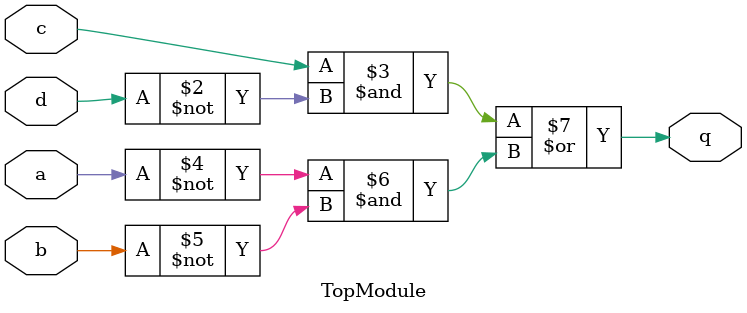
<source format=sv>

module TopModule(
    input a, // Present for 55ns to 90ns period
    input b,
    input c,
    input d,
    output q
);

    always @(*)
        q <= (c & ~d) | (~a & ~b);
endmodule

// VERILOG-EVAL: errant inclusion of module definition

</source>
